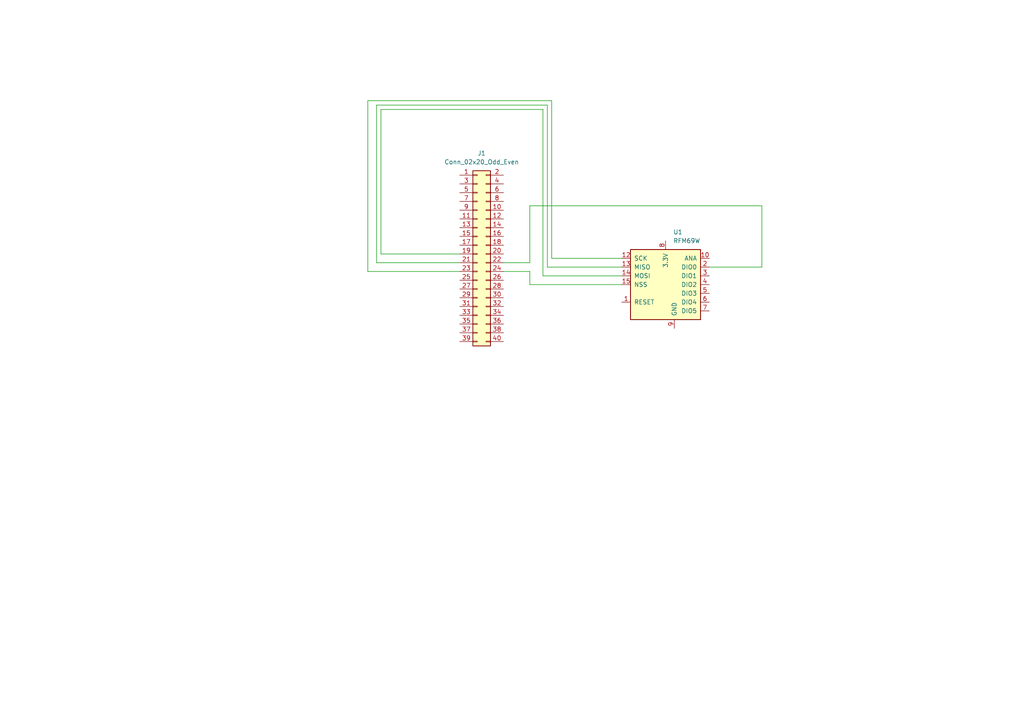
<source format=kicad_sch>
(kicad_sch (version 20231120) (generator "eeschema") (generator_version "8.0")
  (paper "A4")
  (lib_symbols
    (symbol "Connector_Generic:Conn_02x20_Odd_Even" (pin_names (offset 1.016) hide)
      (property "Reference" "J" (at 1.27 25.4 0))
      (property "Value" "Conn_02x20_Odd_Even" (at 1.27 -27.94 0))
      (symbol "Conn_02x20_Odd_Even_1_1"
        (rectangle (start -1.27 -25.273) (end 0 -25.527) (stroke (width 0.1524)))
        (rectangle (start -1.27 -22.733) (end 0 -22.987) (stroke (width 0.1524)))
        (rectangle (start -1.27 -20.193) (end 0 -20.447) (stroke (width 0.1524)))
        (rectangle (start -1.27 -17.653) (end 0 -17.907) (stroke (width 0.1524)))
        (rectangle (start -1.27 -15.113) (end 0 -15.367) (stroke (width 0.1524)))
        (rectangle (start -1.27 -12.573) (end 0 -12.827) (stroke (width 0.1524)))
        (rectangle (start -1.27 -10.033) (end 0 -10.287) (stroke (width 0.1524)))
        (rectangle (start -1.27 -7.493) (end 0 -7.747) (stroke (width 0.1524)))
        (rectangle (start -1.27 -4.953) (end 0 -5.207) (stroke (width 0.1524)))
        (rectangle (start -1.27 -2.413) (end 0 -2.667) (stroke (width 0.1524)))
        (rectangle (start -1.27 0.127) (end 0 -0.127) (stroke (width 0.1524)))
        (rectangle (start -1.27 2.667) (end 0 2.413) (stroke (width 0.1524)))
        (rectangle (start -1.27 5.207) (end 0 4.953) (stroke (width 0.1524)))
        (rectangle (start -1.27 7.747) (end 0 7.493) (stroke (width 0.1524)))
        (rectangle (start -1.27 10.287) (end 0 10.033) (stroke (width 0.1524)))
        (rectangle (start -1.27 12.827) (end 0 12.573) (stroke (width 0.1524)))
        (rectangle (start -1.27 15.367) (end 0 15.113) (stroke (width 0.1524)))
        (rectangle (start -1.27 17.907) (end 0 17.653) (stroke (width 0.1524)))
        (rectangle (start -1.27 20.447) (end 0 20.193) (stroke (width 0.1524)))
        (rectangle (start -1.27 22.987) (end 0 22.733) (stroke (width 0.1524)))
        (rectangle (start -1.27 24.13) (end 3.81 -26.67) (stroke (width 0.254)) (fill (type background)))
        (rectangle (start 3.81 -25.273) (end 2.54 -25.527) (stroke (width 0.1524)))
        (rectangle (start 3.81 -22.733) (end 2.54 -22.987) (stroke (width 0.1524)))
        (rectangle (start 3.81 -20.193) (end 2.54 -20.447) (stroke (width 0.1524)))
        (rectangle (start 3.81 -17.653) (end 2.54 -17.907) (stroke (width 0.1524)))
        (rectangle (start 3.81 -15.113) (end 2.54 -15.367) (stroke (width 0.1524)))
        (rectangle (start 3.81 -12.573) (end 2.54 -12.827) (stroke (width 0.1524)))
        (rectangle (start 3.81 -10.033) (end 2.54 -10.287) (stroke (width 0.1524)))
        (rectangle (start 3.81 -7.493) (end 2.54 -7.747) (stroke (width 0.1524)))
        (rectangle (start 3.81 -4.953) (end 2.54 -5.207) (stroke (width 0.1524)))
        (rectangle (start 3.81 -2.413) (end 2.54 -2.667) (stroke (width 0.1524)))
        (rectangle (start 3.81 0.127) (end 2.54 -0.127) (stroke (width 0.1524)))
        (rectangle (start 3.81 2.667) (end 2.54 2.413) (stroke (width 0.1524)))
        (rectangle (start 3.81 5.207) (end 2.54 4.953) (stroke (width 0.1524)))
        (rectangle (start 3.81 7.747) (end 2.54 7.493) (stroke (width 0.1524)))
        (rectangle (start 3.81 10.287) (end 2.54 10.033) (stroke (width 0.1524)))
        (rectangle (start 3.81 12.827) (end 2.54 12.573) (stroke (width 0.1524)))
        (rectangle (start 3.81 15.367) (end 2.54 15.113) (stroke (width 0.1524)))
        (rectangle (start 3.81 17.907) (end 2.54 17.653) (stroke (width 0.1524)))
        (rectangle (start 3.81 20.447) (end 2.54 20.193) (stroke (width 0.1524)))
        (rectangle (start 3.81 22.987) (end 2.54 22.733) (stroke (width 0.1524)))
        (pin passive line (at -5.08 22.86 0) (length 3.81) (name "Pin_1") (number "1"))
        (pin passive line (at 7.62 12.7 180) (length 3.81) (name "Pin_10") (number "10"))
        (pin passive line (at -5.08 10.16 0) (length 3.81) (name "Pin_11") (number "11"))
        (pin passive line (at 7.62 10.16 180) (length 3.81) (name "Pin_12") (number "12"))
        (pin passive line (at -5.08 7.62 0) (length 3.81) (name "Pin_13") (number "13"))
        (pin passive line (at 7.62 7.62 180) (length 3.81) (name "Pin_14") (number "14"))
        (pin passive line (at -5.08 5.08 0) (length 3.81) (name "Pin_15") (number "15"))
        (pin passive line (at 7.62 5.08 180) (length 3.81) (name "Pin_16") (number "16"))
        (pin passive line (at -5.08 2.54 0) (length 3.81) (name "Pin_17") (number "17"))
        (pin passive line (at 7.62 2.54 180) (length 3.81) (name "Pin_18") (number "18"))
        (pin passive line (at -5.08 0 0) (length 3.81) (name "Pin_19") (number "19"))
        (pin passive line (at 7.62 22.86 180) (length 3.81) (name "Pin_2") (number "2"))
        (pin passive line (at 7.62 0 180) (length 3.81) (name "Pin_20") (number "20"))
        (pin passive line (at -5.08 -2.54 0) (length 3.81) (name "Pin_21") (number "21"))
        (pin passive line (at 7.62 -2.54 180) (length 3.81) (name "Pin_22") (number "22"))
        (pin passive line (at -5.08 -5.08 0) (length 3.81) (name "Pin_23") (number "23"))
        (pin passive line (at 7.62 -5.08 180) (length 3.81) (name "Pin_24") (number "24"))
        (pin passive line (at -5.08 -7.62 0) (length 3.81) (name "Pin_25") (number "25"))
        (pin passive line (at 7.62 -7.62 180) (length 3.81) (name "Pin_26") (number "26"))
        (pin passive line (at -5.08 -10.16 0) (length 3.81) (name "Pin_27") (number "27"))
        (pin passive line (at 7.62 -10.16 180) (length 3.81) (name "Pin_28") (number "28"))
        (pin passive line (at -5.08 -12.7 0) (length 3.81) (name "Pin_29") (number "29"))
        (pin passive line (at -5.08 20.32 0) (length 3.81) (name "Pin_3") (number "3"))
        (pin passive line (at 7.62 -12.7 180) (length 3.81) (name "Pin_30") (number "30"))
        (pin passive line (at -5.08 -15.24 0) (length 3.81) (name "Pin_31") (number "31"))
        (pin passive line (at 7.62 -15.24 180) (length 3.81) (name "Pin_32") (number "32"))
        (pin passive line (at -5.08 -17.78 0) (length 3.81) (name "Pin_33") (number "33"))
        (pin passive line (at 7.62 -17.78 180) (length 3.81) (name "Pin_34") (number "34"))
        (pin passive line (at -5.08 -20.32 0) (length 3.81) (name "Pin_35") (number "35"))
        (pin passive line (at 7.62 -20.32 180) (length 3.81) (name "Pin_36") (number "36"))
        (pin passive line (at -5.08 -22.86 0) (length 3.81) (name "Pin_37") (number "37"))
        (pin passive line (at 7.62 -22.86 180) (length 3.81) (name "Pin_38") (number "38"))
        (pin passive line (at -5.08 -25.4 0) (length 3.81) (name "Pin_39") (number "39"))
        (pin passive line (at 7.62 20.32 180) (length 3.81) (name "Pin_4") (number "4"))
        (pin passive line (at 7.62 -25.4 180) (length 3.81) (name "Pin_40") (number "40"))
        (pin passive line (at -5.08 17.78 0) (length 3.81) (name "Pin_5") (number "5"))
        (pin passive line (at 7.62 17.78 180) (length 3.81) (name "Pin_6") (number "6"))
        (pin passive line (at -5.08 15.24 0) (length 3.81) (name "Pin_7") (number "7"))
        (pin passive line (at 7.62 15.24 180) (length 3.81) (name "Pin_8") (number "8"))
        (pin passive line (at -5.08 12.7 0) (length 3.81) (name "Pin_9") (number "9"))
      )
    )
    (symbol "RF_Module:RFM69W" (pin_names (offset 1.016))
      (property "Reference" "U" (at -3.81 11.43 0))
      (property "Value" "RFM69W" (at -7.62 13.97 0))
      (symbol "RFM69W_0_1"
        (rectangle (start -10.16 10.16) (end 10.16 -10.16) (stroke (width 0.254)) (fill (type background)))
      )
      (symbol "RFM69W_1_1"
        (pin input line (at -12.7 -5.08 0) (length 2.54) (name "RESET") (number "1"))
        (pin output line (at 12.7 7.62 180) (length 2.54) (name "ANA") (number "10"))
        (pin passive line (at 2.54 -12.7 90) (length 2.54) hide (name "GND") (number "11"))
        (pin input line (at -12.7 7.62 0) (length 2.54) (name "SCK") (number "12"))
        (pin output line (at -12.7 5.08 0) (length 2.54) (name "MISO") (number "13"))
        (pin input line (at -12.7 2.54 0) (length 2.54) (name "MOSI") (number "14"))
        (pin input line (at -12.7 0 0) (length 2.54) (name "NSS") (number "15"))
        (pin no_connect line (at -2.54 -10.16 90) (length 2.54) hide (name "NC") (number "16"))
        (pin bidirectional line (at 12.7 5.08 180) (length 2.54) (name "DIO0") (number "2"))
        (pin bidirectional line (at 12.7 2.54 180) (length 2.54) (name "DIO1") (number "3"))
        (pin bidirectional line (at 12.7 0 180) (length 2.54) (name "DIO2") (number "4"))
        (pin bidirectional line (at 12.7 -2.54 180) (length 2.54) (name "DIO3") (number "5"))
        (pin bidirectional line (at 12.7 -5.08 180) (length 2.54) (name "DIO4") (number "6"))
        (pin bidirectional line (at 12.7 -7.62 180) (length 2.54) (name "DIO5") (number "7"))
        (pin power_in line (at 0 12.7 270) (length 2.54) (name "3.3V") (number "8"))
        (pin power_in line (at 2.54 -12.7 90) (length 2.54) (name "GND") (number "9"))
      )
    )
  )
  (wire (pts (xy 153.67 78.74) (xy 153.67 82.55)))
  (wire (pts (xy 110.49 31.75) (xy 110.49 73.66)))
  (wire (pts (xy 109.22 76.2) (xy 109.22 30.48)))
  (wire (pts (xy 109.22 30.48) (xy 158.75 30.48)))
  (wire (pts (xy 220.98 59.69) (xy 220.98 77.47)))
  (wire (pts (xy 106.68 78.74) (xy 106.68 29.21)))
  (wire (pts (xy 110.49 73.66) (xy 133.35 73.66)))
  (wire (pts (xy 153.67 59.69) (xy 153.67 76.2)))
  (wire (pts (xy 157.48 31.75) (xy 157.48 80.01)))
  (wire (pts (xy 153.67 82.55) (xy 180.34 82.55)))
  (wire (pts (xy 153.67 59.69) (xy 220.98 59.69)))
  (wire (pts (xy 158.75 77.47) (xy 180.34 77.47)))
  (wire (pts (xy 157.48 80.01) (xy 180.34 80.01)))
  (wire (pts (xy 106.68 29.21) (xy 160.02 29.21)))
  (wire (pts (xy 110.49 31.75) (xy 157.48 31.75)))
  (wire (pts (xy 133.35 78.74) (xy 106.68 78.74)))
  (wire (pts (xy 146.05 78.74) (xy 153.67 78.74)))
  (wire (pts (xy 158.75 30.48) (xy 158.75 77.47)))
  (wire (pts (xy 205.74 77.47) (xy 220.98 77.47)))
  (wire (pts (xy 160.02 74.93) (xy 180.34 74.93)))
  (wire (pts (xy 153.67 76.2) (xy 146.05 76.2)))
  (wire (pts (xy 133.35 76.2) (xy 109.22 76.2)))
  (wire (pts (xy 160.02 29.21) (xy 160.02 74.93)))
  (symbol (lib_id "RF_Module:RFM69W") (at 193.04 82.55 0) (unit 1)
    (property "Reference" "U1" (at 195.2341 67.31 0) (effects (justify left)))
    (property "Value" "RFM69W" (at 195.2341 69.85 0) (effects (justify left)))
    (property "Footprint" "RF_Module:HOPERF_RFM69HW" (effects (hide yes)))
    (property "Datasheet" "https://www.hoperf.com/data/upload/portal/20181127/5bfcbe34756e1.pdf" (effects (hide yes)))
    (property "Description" "ISM Radio Transceiver Module, SPI interface" (effects (hide yes)))
  )
  (symbol (lib_id "Connector_Generic:Conn_02x20_Odd_Even") (at 138.43 73.66 0) (unit 1)
    (property "Reference" "J1" (at 139.7 44.45 0))
    (property "Value" "Conn_02x20_Odd_Even" (at 139.7 46.99 0))
    (property "Description" "Generic connector, double row, 02x20, odd/even pin numbering scheme (row 1 odd numbers, row 2 even numbers), script generated (kicad-library-utils/schlib/autogen/connector/)" (effects (hide yes)))
  )
)
</source>
